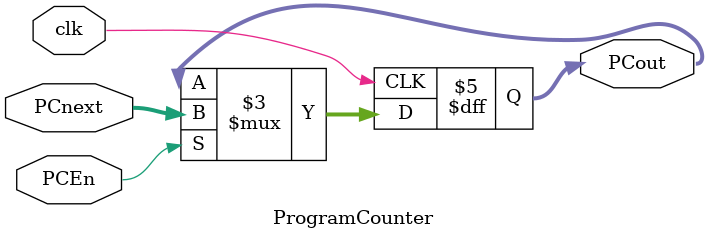
<source format=v>
`timescale 1ns / 1ps


module ProgramCounter( input clk,PCEn,input[31:0] PCnext, output reg[31:0] PCout

    );
    
    initial
    PCout = 0;
    
    always @ (posedge clk)
    begin
    if(PCEn) begin
    PCout <= PCnext;
    end
    
    else begin
   
    end
    end
    
endmodule

</source>
